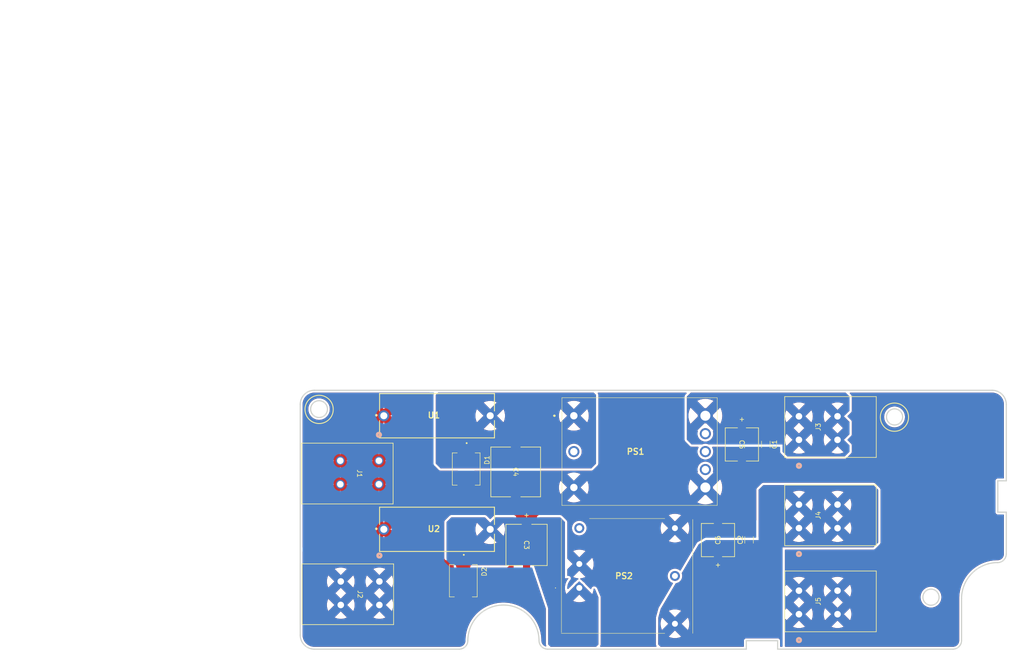
<source format=kicad_pcb>
(kicad_pcb (version 20221018) (generator pcbnew)
  (layers (0 "F.Cu" signal) (31 "B.Cu" signal) (34 "B.Paste" user) (35 "F.Paste" user) (36 "B.SilkS" user "B.Silkscreen") (37 "F.SilkS" user "F.Silkscreen") (38 "B.Mask" user) (39 "F.Mask" user) (44 "Edge.Cuts" user))
  (net 0 "")
  (net 7 "Net-(PS1-+VIN)")
  (net 8 "Net-(PS2-+VIN)")
  (net 9 "BATT+")
  (net 10 "Net-(PS1-+VOUT)")
  (net 11 "Net-(PS2-+VOUT)")
  (net 12 "GND")
  (footprint "UWZ1H100MCL1GB:PCAP_6.3x5.4-ELECT_NCA" (layer "F.Cu") (at 198.262 138.728 90)
    (fp_text reference "C6" (at 0 0 90 unlocked) (layer "F.SilkS"))
    (fp_text value "10uF : UWZ1H100MCL1GB")
    (fp_line (start -5.3213 -0.381) (end -5.3213 0.381) (stroke (width 0.1524)) (layer "F.SilkS"))
    (fp_line (start -4.9403 0) (end -5.7023 0) (stroke (width 0.1524)) (layer "F.SilkS"))
    (fp_line (start -3.5306 -3.5306) (end -3.5306 -0.92964) (stroke (width 0.1524)) (layer "F.SilkS"))
    (fp_line (start -3.5306 0.92964) (end -3.5306 3.5306) (stroke (width 0.1524)) (layer "F.SilkS"))
    (fp_line (start -3.5306 3.5306) (end 3.5306 3.5306) (stroke (width 0.1524)) (layer "F.SilkS"))
    (fp_line (start 3.5306 -3.5306) (end -3.5306 -3.5306) (stroke (width 0.1524)) (layer "F.SilkS"))
    (fp_line (start 3.5306 -0.92964) (end 3.5306 -3.5306) (stroke (width 0.1524)) (layer "F.SilkS"))
    (fp_line (start 3.5306 3.5306) (end 3.5306 0.92964) (stroke (width 0.1524)) (layer "F.SilkS"))
    (pad "1" smd rect (at -2.7051 0 90) (size 2.9972 1.1938) (layers "F.Cu" "F.Paste" "F.Mask") (net 11 "Net-(PS2-+VOUT)"))
    (pad "2" smd rect (at 2.7051 0 90) (size 2.9972 1.1938) (layers "F.Cu" "F.Paste" "F.Mask") (net 12 "GND"))
    (zone (net 0) (net_name "") (layer "F.Cu") (connect_pads (clearance 0)) (min_thickness 0.254)
      (keepout (tracks not_allowed) (vias not_allowed) (pads allowed) (copperpour not_allowed) (footprints allowed))
      (fill (thermal_gap 0.508) (thermal_bridge_width 0.508))
      (polygon (pts (xy 194.9092 142.0808) (xy 194.9092 135.3752) (xy 197.6143 135.3752) (xy 197.6143 142.0808)))
    )
    (zone (net 0) (net_name "") (layer "F.Cu") (connect_pads (clearance 0)) (min_thickness 0.254)
      (keepout (tracks not_allowed) (vias not_allowed) (pads allowed) (copperpour not_allowed) (footprints allowed))
      (fill (thermal_gap 0.508) (thermal_bridge_width 0.508))
      (polygon (pts (xy 197.6143 139.8837) (xy 197.6143 137.5723) (xy 198.9097 137.5723) (xy 198.9097 139.8837)))
    )
    (zone (net 0) (net_name "") (layer "F.Cu") (connect_pads (clearance 0)) (min_thickness 0.254)
      (keepout (tracks not_allowed) (vias not_allowed) (pads allowed) (copperpour not_allowed) (footprints allowed))
      (fill (thermal_gap 0.508) (thermal_bridge_width 0.508))
      (polygon (pts (xy 198.9097 142.0808) (xy 198.9097 135.3752) (xy 201.6148 135.3752) (xy 201.6148 142.0808)))
    )
  )
  (footprint "UEI15-033-Q12P-C:UEI15033Q12PC" (layer "F.Cu") (at 168.798 148.888 180)
    (fp_text reference "PS2" (at -9.505 2.54) (layer "F.SilkS") (effects (font (size 1.27 1.27) (thickness 0.254))))
    (fp_text value "UEI15-033-Q12P-C" hide)
    (fp_line (start -24.11 -9.66) (end -24.11 14.54) (stroke (width 0.1)) (layer "F.SilkS"))
    (fp_line (start -18.16 -9.66) (end 3.84 -9.66) (stroke (width 0.1)) (layer "F.SilkS"))
    (fp_line (start -18.16 14.74) (end -2.16 14.74) (stroke (width 0.1)) (layer "F.SilkS"))
    (fp_line (start 3.79 -9.46) (end 3.79 14.54) (stroke (width 0.1)) (layer "F.SilkS"))
    (fp_line (start 5 0) (end 5 0) (stroke (width 0.1)) (layer "F.SilkS"))
    (fp_line (start 5.1 0) (end 5.1 0) (stroke (width 0.1)) (layer "F.SilkS"))
    (fp_arc (start 5 0) (mid 5.05 -0.05) (end 5.1 0) (stroke (width 0.1)) (layer "F.SilkS"))
    (fp_arc (start 5.1 0) (mid 5.05 0.05) (end 5 0) (stroke (width 0.1)) (layer "F.SilkS"))
    (pad "1" thru_hole circle (at 0 0 180) (size 2.1 2.1) (drill 1.27) (layers "*.Cu" "*.Mask") (net 8 "Net-(PS2-+VIN)"))
    (pad "2" thru_hole circle (at 0 5.08 180) (size 2.1 2.1) (drill 1.27) (layers "*.Cu" "*.Mask") (net 12 "GND"))
    (pad "3" thru_hole circle (at -20.32 -7.62 180) (size 2.1 2.1) (drill 1.27) (layers "*.Cu" "*.Mask") (net 11 "Net-(PS2-+VOUT)"))
    (pad "4" thru_hole circle (at -20.32 2.54 180) (size 2.1 2.1) (drill 1.27) (layers "*.Cu" "*.Mask"))
    (pad "5" thru_hole circle (at -20.32 12.7 180) (size 2.1 2.1) (drill 1.27) (layers "*.Cu" "*.Mask") (net 12 "GND"))
    (pad "6" thru_hole circle (at 0 12.7 180) (size 2.1 2.1) (drill 1.27) (layers "*.Cu" "*.Mask"))
  )
  (footprint "2604-1102:2604-1102" (layer "F.Cu") (at 215.462001 154.476 90)
    (fp_text reference "J5" (at 2.725001 4.099999 90 unlocked) (layer "F.SilkS"))
    (fp_text value "GND")
    (fp_circle (center -5.504599 0) (end -5.123599 0) (stroke (width 0.508)) (fill none) (layer "B.SilkS"))
    (fp_line (start -3.726599 -3.027) (end -3.726599 16.4294) (stroke (width 0.1524)) (layer "F.SilkS"))
    (fp_line (start -3.726599 16.4294) (end 9.176601 16.4294) (stroke (width 0.1524)) (layer "F.SilkS"))
    (fp_line (start 9.176601 -3.027) (end -3.726599 -3.027) (stroke (width 0.1524)) (layer "F.SilkS"))
    (fp_line (start 9.176601 16.4294) (end 9.176601 -3.027) (stroke (width 0.1524)) (layer "F.SilkS"))
    (fp_circle (center -5.504599 0) (end -5.123599 0) (stroke (width 0.508)) (fill none) (layer "F.SilkS"))
    (pad "1_1" thru_hole circle (at 0 0 90) (size 1.905 1.905) (drill 1.397) (layers "*.Cu" "*.Mask") (net 12 "GND"))
    (pad "1_2" thru_hole circle (at 0 8.199999 90) (size 1.905 1.905) (drill 1.397) (layers "*.Cu" "*.Mask") (net 12 "GND"))
    (pad "2_1" thru_hole circle (at 5 0 90) (size 1.905 1.905) (drill 1.397) (layers "*.Cu" "*.Mask") (net 12 "GND"))
    (pad "2_2" thru_hole circle (at 5 8.199999 90) (size 1.905 1.905) (drill 1.397) (layers "*.Cu" "*.Mask") (net 12 "GND"))
  )
  (footprint "2604-1102:2604-1102" (layer "F.Cu") (at 215.462001 117.432 90)
    (fp_text reference "J3" (at 2.725001 4.099999 90 unlocked) (layer "F.SilkS"))
    (fp_text value "5V")
    (fp_circle (center -5.504599 0) (end -5.123599 0) (stroke (width 0.508)) (fill none) (layer "B.SilkS"))
    (fp_line (start -3.726599 -3.027) (end -3.726599 16.4294) (stroke (width 0.1524)) (layer "F.SilkS"))
    (fp_line (start -3.726599 16.4294) (end 9.176601 16.4294) (stroke (width 0.1524)) (layer "F.SilkS"))
    (fp_line (start 9.176601 -3.027) (end -3.726599 -3.027) (stroke (width 0.1524)) (layer "F.SilkS"))
    (fp_line (start 9.176601 16.4294) (end 9.176601 -3.027) (stroke (width 0.1524)) (layer "F.SilkS"))
    (fp_circle (center -5.504599 0) (end -5.123599 0) (stroke (width 0.508)) (fill none) (layer "F.SilkS"))
    (pad "1_1" thru_hole circle (at 0 0 90) (size 1.905 1.905) (drill 1.397) (layers "*.Cu" "*.Mask") (net 10 "Net-(PS1-+VOUT)"))
    (pad "1_2" thru_hole circle (at 0 8.199999 90) (size 1.905 1.905) (drill 1.397) (layers "*.Cu" "*.Mask") (net 10 "Net-(PS1-+VOUT)"))
    (pad "2_1" thru_hole circle (at 5 0 90) (size 1.905 1.905) (drill 1.397) (layers "*.Cu" "*.Mask") (net 10 "Net-(PS1-+VOUT)"))
    (pad "2_2" thru_hole circle (at 5 8.199999 90) (size 1.905 1.905) (drill 1.397) (layers "*.Cu" "*.Mask") (net 10 "Net-(PS1-+VOUT)"))
  )
  (footprint "UWT1H221MNL1GS:U2-R_NCH" (layer "F.Cu") (at 155.2852 124.25 -90)
    (fp_text reference "C4" (at 0 0 -90 unlocked) (layer "F.SilkS"))
    (fp_text value "220uF : UWT1H221MNL1GS")
    (fp_line (start -5.2832 -5.2832) (end -5.2832 -1.08204) (stroke (width 0.1524)) (layer "F.SilkS"))
    (fp_line (start -5.2832 1.08204) (end -5.2832 5.2832) (stroke (width 0.1524)) (layer "F.SilkS"))
    (fp_line (start -5.2832 5.2832) (end 5.2832 5.2832) (stroke (width 0.1524)) (layer "F.SilkS"))
    (fp_line (start 5.2832 -5.2832) (end -5.2832 -5.2832) (stroke (width 0.1524)) (layer "F.SilkS"))
    (fp_line (start 5.2832 -1.08204) (end 5.2832 -5.2832) (stroke (width 0.1524)) (layer "F.SilkS"))
    (fp_line (start 5.2832 5.2832) (end 5.2832 1.08204) (stroke (width 0.1524)) (layer "F.SilkS"))
    (pad "1" smd rect (at -4.0513 0 270) (size 3.6068 1.4986) (layers "F.Cu" "F.Paste" "F.Mask") (net 7 "Net-(PS1-+VIN)"))
    (pad "2" smd rect (at 4.0513 0 270) (size 3.6068 1.4986) (layers "F.Cu" "F.Paste" "F.Mask") (net 12 "GND"))
    (zone (net 0) (net_name "") (layer "F.Cu") (connect_pads (clearance 0)) (min_thickness 0.254)
      (keepout (tracks not_allowed) (vias not_allowed) (pads allowed) (copperpour not_allowed) (footprints allowed))
      (fill (thermal_gap 0.508) (thermal_bridge_width 0.508))
      (polygon (pts (xy 154.4851 119.1446) (xy 154.4851 129.3554) (xy 150.1798 129.3554) (xy 150.1798 119.1446)))
    )
    (zone (net 0) (net_name "") (layer "F.Cu") (connect_pads (clearance 0)) (min_thickness 0.254)
      (keepout (tracks not_allowed) (vias not_allowed) (pads allowed) (copperpour not_allowed) (footprints allowed))
      (fill (thermal_gap 0.508) (thermal_bridge_width 0.508))
      (polygon (pts (xy 156.0853 122.0529) (xy 156.0853 126.4471) (xy 154.4851 126.4471) (xy 154.4851 122.0529)))
    )
    (zone (net 0) (net_name "") (layer "F.Cu") (connect_pads (clearance 0)) (min_thickness 0.254)
      (keepout (tracks not_allowed) (vias not_allowed) (pads allowed) (copperpour not_allowed) (footprints allowed))
      (fill (thermal_gap 0.508) (thermal_bridge_width 0.508))
      (polygon (pts (xy 160.3906 119.1446) (xy 160.3906 129.3554) (xy 156.0853 129.3554) (xy 156.0853 119.1446)))
    )
  )
  (footprint "UWZ1H100MCL1GB:PCAP_6.3x5.4-ELECT_NCA" (layer "F.Cu") (at 203.342 118.408 -90)
    (fp_text reference "C5" (at 0 0 -90 unlocked) (layer "F.SilkS"))
    (fp_text value "10uF : UWZ1H100MCL1GB")
    (fp_line (start -5.3213 -0.381) (end -5.3213 0.381) (stroke (width 0.1524)) (layer "F.SilkS"))
    (fp_line (start -4.9403 0) (end -5.7023 0) (stroke (width 0.1524)) (layer "F.SilkS"))
    (fp_line (start -3.5306 -3.5306) (end -3.5306 -0.92964) (stroke (width 0.1524)) (layer "F.SilkS"))
    (fp_line (start -3.5306 0.92964) (end -3.5306 3.5306) (stroke (width 0.1524)) (layer "F.SilkS"))
    (fp_line (start -3.5306 3.5306) (end 3.5306 3.5306) (stroke (width 0.1524)) (layer "F.SilkS"))
    (fp_line (start 3.5306 -3.5306) (end -3.5306 -3.5306) (stroke (width 0.1524)) (layer "F.SilkS"))
    (fp_line (start 3.5306 -0.92964) (end 3.5306 -3.5306) (stroke (width 0.1524)) (layer "F.SilkS"))
    (fp_line (start 3.5306 3.5306) (end 3.5306 0.92964) (stroke (width 0.1524)) (layer "F.SilkS"))
    (pad "1" smd rect (at -2.7051 0 270) (size 2.9972 1.1938) (layers "F.Cu" "F.Paste" "F.Mask") (net 10 "Net-(PS1-+VOUT)"))
    (pad "2" smd rect (at 2.7051 0 270) (size 2.9972 1.1938) (layers "F.Cu" "F.Paste" "F.Mask") (net 12 "GND"))
    (zone (net 0) (net_name "") (layer "F.Cu") (connect_pads (clearance 0)) (min_thickness 0.254)
      (keepout (tracks not_allowed) (vias not_allowed) (pads allowed) (copperpour not_allowed) (footprints allowed))
      (fill (thermal_gap 0.508) (thermal_bridge_width 0.508))
      (polygon (pts (xy 202.6943 115.0552) (xy 202.6943 121.7608) (xy 199.9892 121.7608) (xy 199.9892 115.0552)))
    )
    (zone (net 0) (net_name "") (layer "F.Cu") (connect_pads (clearance 0)) (min_thickness 0.254)
      (keepout (tracks not_allowed) (vias not_allowed) (pads allowed) (copperpour not_allowed) (footprints allowed))
      (fill (thermal_gap 0.508) (thermal_bridge_width 0.508))
      (polygon (pts (xy 203.9897 117.2523) (xy 203.9897 119.5637) (xy 202.6943 119.5637) (xy 202.6943 117.2523)))
    )
    (zone (net 0) (net_name "") (layer "F.Cu") (connect_pads (clearance 0)) (min_thickness 0.254)
      (keepout (tracks not_allowed) (vias not_allowed) (pads allowed) (copperpour not_allowed) (footprints allowed))
      (fill (thermal_gap 0.508) (thermal_bridge_width 0.508))
      (polygon (pts (xy 206.6948 115.0552) (xy 206.6948 121.7608) (xy 203.9897 121.7608) (xy 203.9897 115.0552)))
    )
  )
  (footprint "Capacitor_SMD:C_1206_3216Metric_Pad1.33x1.80mm_HandSolder" (layer "F.Cu") (at 204.866 138.6895 90)
    (fp_text reference "C2" (at 0 -1.85 90) (layer "F.SilkS"))
    (fp_text value "1uF : CL31B105KCHNNNE")
    (fp_line (start -0.711252 -0.91) (end 0.711252 -0.91) (stroke (width 0.12)) (layer "F.SilkS"))
    (fp_line (start -0.711252 0.91) (end 0.711252 0.91) (stroke (width 0.12)) (layer "F.SilkS"))
    (pad "1" smd roundrect (at -1.5625 0 90) (size 1.325 1.8) (layers "F.Cu" "F.Paste" "F.Mask") (roundrect_rratio 0.188679) (net 11 "Net-(PS2-+VOUT)"))
    (pad "2" smd roundrect (at 1.5625 0 90) (size 1.325 1.8) (layers "F.Cu" "F.Paste" "F.Mask") (roundrect_rratio 0.188679) (net 12 "GND"))
  )
  (footprint "696108003002:WR-FSH_THT_2" (layer "F.Cu") (at 138.572 112.312)
    (fp_text reference "U1" (at -0.662 -0.1) (layer "F.SilkS") (effects (font (size 1.27 1.27) (thickness 0.254))))
    (fp_text value "696108003002" hide)
    (fp_line (start -12.2 -4.7) (end -12.2 -1.023) (stroke (width 0.2)) (layer "F.SilkS"))
    (fp_line (start -12.2 -4.7) (end 12.2 -4.7) (stroke (width 0.2)) (layer "F.SilkS"))
    (fp_line (start -12.2 4.7) (end -12.2 1.023) (stroke (width 0.2)) (layer "F.SilkS"))
    (fp_line (start 12.2 -4.7) (end 12.2 -1.023) (stroke (width 0.2)) (layer "F.SilkS"))
    (fp_line (start 12.2 4.7) (end -12.2 4.7) (stroke (width 0.2)) (layer "F.SilkS"))
    (fp_line (start 12.2 4.7) (end 12.2 1.023) (stroke (width 0.2)) (layer "F.SilkS"))
    (fp_circle (center -12.887 -0.113) (end -12.887 -0.04651) (stroke (width 0.2)) (fill none) (layer "F.SilkS"))
    (pad "1" thru_hole circle (at -11.3 0) (size 2.3 2.3) (drill 1.5) (layers "*.Cu" "*.Mask") (net 9 "BATT+"))
    (pad "2" thru_hole circle (at 11.3 0) (size 2.3 2.3) (drill 1.5) (layers "*.Cu" "*.Mask") (net 7 "Net-(PS1-+VIN)"))
  )
  (footprint "696108003002:WR-FSH_THT_2" (layer "F.Cu") (at 138.572 136.442)
    (fp_text reference "U2" (at -0.662 -0.1) (layer "F.SilkS") (effects (font (size 1.27 1.27) (thickness 0.254))))
    (fp_text value "696108003002" hide)
    (fp_line (start -12.2 -4.7) (end -12.2 -1.023) (stroke (width 0.2)) (layer "F.SilkS"))
    (fp_line (start -12.2 -4.7) (end 12.2 -4.7) (stroke (width 0.2)) (layer "F.SilkS"))
    (fp_line (start -12.2 4.7) (end -12.2 1.023) (stroke (width 0.2)) (layer "F.SilkS"))
    (fp_line (start 12.2 -4.7) (end 12.2 -1.023) (stroke (width 0.2)) (layer "F.SilkS"))
    (fp_line (start 12.2 4.7) (end -12.2 4.7) (stroke (width 0.2)) (layer "F.SilkS"))
    (fp_line (start 12.2 4.7) (end 12.2 1.023) (stroke (width 0.2)) (layer "F.SilkS"))
    (fp_circle (center -12.887 -0.113) (end -12.887 -0.04651) (stroke (width 0.2)) (fill none) (layer "F.SilkS"))
    (pad "1" thru_hole circle (at -11.3 0) (size 2.3 2.3) (drill 1.5) (layers "*.Cu" "*.Mask") (net 9 "BATT+"))
    (pad "2" thru_hole circle (at 11.3 0) (size 2.3 2.3) (drill 1.5) (layers "*.Cu" "*.Mask") (net 8 "Net-(PS2-+VIN)"))
  )
  (footprint "SMCJ40A:DIOM7959X262N" (layer "F.Cu") (at 144.7696 123.6311 -90)
    (fp_text reference "D1" (at -1.905 -4.445 90) (layer "F.SilkS"))
    (fp_text value "SMCJ40A")
    (fp_line (start -3.4275 -2.9525) (end 3.4275 -2.9525) (stroke (width 0.127)) (layer "F.SilkS"))
    (fp_line (start -3.4275 -1.9) (end -3.4275 -2.9525) (stroke (width 0.127)) (layer "F.SilkS"))
    (fp_line (start -3.4275 1.9) (end -3.4275 2.9525) (stroke (width 0.127)) (layer "F.SilkS"))
    (fp_line (start -3.4275 2.9525) (end 3.4275 2.9525) (stroke (width 0.127)) (layer "F.SilkS"))
    (fp_line (start 3.4275 -2.9525) (end 3.4275 -1.9) (stroke (width 0.127)) (layer "F.SilkS"))
    (fp_line (start 3.4275 2.9525) (end 3.4275 1.9) (stroke (width 0.127)) (layer "F.SilkS"))
    (fp_circle (center -5.5 -0.1) (end -5.4 -0.1) (stroke (width 0.2)) (fill none) (layer "F.SilkS"))
    (pad "A" smd roundrect (at 3.485 0 270) (size 2.18 3.12) (layers "F.Cu" "F.Paste" "F.Mask") (roundrect_rratio 0.39) (net 12 "GND"))
    (pad "C" smd roundrect (at -3.485 0 270) (size 2.18 3.12) (layers "F.Cu" "F.Paste" "F.Mask") (roundrect_rratio 0.39) (net 7 "Net-(PS1-+VIN)"))
  )
  (footprint "2604-1102:2604-1102" (layer "F.Cu") (at 215.462001 136.188 90)
    (fp_text reference "J4" (at 2.725001 4.099999 90 unlocked) (layer "F.SilkS"))
    (fp_text value "3.3V")
    (fp_circle (center -5.504599 0) (end -5.123599 0) (stroke (width 0.508)) (fill none) (layer "B.SilkS"))
    (fp_line (start -3.726599 -3.027) (end -3.726599 16.4294) (stroke (width 0.1524)) (layer "F.SilkS"))
    (fp_line (start -3.726599 16.4294) (end 9.176601 16.4294) (stroke (width 0.1524)) (layer "F.SilkS"))
    (fp_line (start 9.176601 -3.027) (end -3.726599 -3.027) (stroke (width 0.1524)) (layer "F.SilkS"))
    (fp_line (start 9.176601 16.4294) (end 9.176601 -3.027) (stroke (width 0.1524)) (layer "F.SilkS"))
    (fp_circle (center -5.504599 0) (end -5.123599 0) (stroke (width 0.508)) (fill none) (layer "F.SilkS"))
    (pad "1_1" thru_hole circle (at 0 0 90) (size 1.905 1.905) (drill 1.397) (layers "*.Cu" "*.Mask") (net 11 "Net-(PS2-+VOUT)"))
    (pad "1_2" thru_hole circle (at 0 8.199999 90) (size 1.905 1.905) (drill 1.397) (layers "*.Cu" "*.Mask") (net 11 "Net-(PS2-+VOUT)"))
    (pad "2_1" thru_hole circle (at 5 0 90) (size 1.905 1.905) (drill 1.397) (layers "*.Cu" "*.Mask") (net 11 "Net-(PS2-+VOUT)"))
    (pad "2_2" thru_hole circle (at 5 8.199999 90) (size 1.905 1.905) (drill 1.397) (layers "*.Cu" "*.Mask") (net 11 "Net-(PS2-+VOUT)"))
  )
  (footprint "UWS-510-Q12P-C:UWS-510-Q12P-C" (layer "F.Cu") (at 167.6414 112.312)
    (fp_text reference "PS1" (at 13.12 7.62) (layer "F.SilkS") (effects (font (size 1.27 1.27) (thickness 0.254))))
    (fp_text value "UWS-510-Q12P-C" hide)
    (fp_line (start -4.23 0) (end -4.23 0) (stroke (width 0.3)) (layer "F.SilkS"))
    (fp_line (start -4.03 0) (end -4.03 0) (stroke (width 0.3)) (layer "F.SilkS"))
    (fp_line (start -2.53 -3.83) (end 30.47 -3.83) (stroke (width 0.1)) (layer "F.SilkS"))
    (fp_line (start -2.53 19.05) (end -2.53 -3.83) (stroke (width 0.1)) (layer "F.SilkS"))
    (fp_line (start 30.47 -3.83) (end 30.47 19.05) (stroke (width 0.1)) (layer "F.SilkS"))
    (fp_line (start 30.47 19.05) (end -2.53 19.05) (stroke (width 0.1)) (layer "F.SilkS"))
    (fp_arc (start -4.23 0) (mid -4.13 -0.1) (end -4.03 0) (stroke (width 0.3)) (layer "F.SilkS"))
    (fp_arc (start -4.03 0) (mid -4.13 0.1) (end -4.23 0) (stroke (width 0.3)) (layer "F.SilkS"))
    (pad "1" thru_hole circle (at 0 0) (size 2.355 2.355) (drill 1.57) (layers "*.Cu" "*.Mask") (net 7 "Net-(PS1-+VIN)"))
    (pad "2" thru_hole circle (at 0 7.62) (size 2.355 2.355) (drill 1.57) (layers "*.Cu" "*.Mask"))
    (pad "3" thru_hole circle (at 0 15.24) (size 2.355 2.355) (drill 1.57) (layers "*.Cu" "*.Mask") (net 12 "GND"))
    (pad "4" thru_hole circle (at 27.94 15.24) (size 3.195 3.195) (drill 2.13) (layers "*.Cu" "*.Mask") (net 12 "GND"))
    (pad "5" thru_hole circle (at 27.94 11.43) (size 2.355 2.355) (drill 1.57) (layers "*.Cu" "*.Mask"))
    (pad "6" thru_hole circle (at 27.94 7.62) (size 2.355 2.355) (drill 1.57) (layers "*.Cu" "*.Mask"))
    (pad "7" thru_hole circle (at 27.94 3.81) (size 2.355 2.355) (drill 1.57) (layers "*.Cu" "*.Mask"))
    (pad "8" thru_hole circle (at 27.94 0) (size 3.195 3.195) (drill 2.13) (layers "*.Cu" "*.Mask") (net 10 "Net-(PS1-+VOUT)"))
  )
  (footprint "SMCJ40A:DIOM7959X262N" (layer "F.Cu") (at 144.16 147.364 -90)
    (fp_text reference "D2" (at -1.905 -4.445 90) (layer "F.SilkS"))
    (fp_text value "SMCJ40A")
    (fp_line (start -3.4275 -2.9525) (end 3.4275 -2.9525) (stroke (width 0.127)) (layer "F.SilkS"))
    (fp_line (start -3.4275 -1.9) (end -3.4275 -2.9525) (stroke (width 0.127)) (layer "F.SilkS"))
    (fp_line (start -3.4275 1.9) (end -3.4275 2.9525) (stroke (width 0.127)) (layer "F.SilkS"))
    (fp_line (start -3.4275 2.9525) (end 3.4275 2.9525) (stroke (width 0.127)) (layer "F.SilkS"))
    (fp_line (start 3.4275 -2.9525) (end 3.4275 -1.9) (stroke (width 0.127)) (layer "F.SilkS"))
    (fp_line (start 3.4275 2.9525) (end 3.4275 1.9) (stroke (width 0.127)) (layer "F.SilkS"))
    (fp_circle (center -5.5 -0.1) (end -5.4 -0.1) (stroke (width 0.2)) (fill none) (layer "F.SilkS"))
    (pad "A" smd roundrect (at 3.485 0 270) (size 2.18 3.12) (layers "F.Cu" "F.Paste" "F.Mask") (roundrect_rratio 0.39) (net 12 "GND"))
    (pad "C" smd roundrect (at -3.485 0 270) (size 2.18 3.12) (layers "F.Cu" "F.Paste" "F.Mask") (roundrect_rratio 0.39) (net 8 "Net-(PS2-+VIN)"))
  )
  (footprint "Capacitor_SMD:C_1206_3216Metric_Pad1.33x1.80mm_HandSolder" (layer "F.Cu") (at 208.422 118.408 -90)
    (fp_text reference "C1" (at 0 -1.85 90) (layer "F.SilkS"))
    (fp_text value "1uF : CL31B105KCHNNNE")
    (fp_line (start -0.711252 -0.91) (end 0.711252 -0.91) (stroke (width 0.12)) (layer "F.SilkS"))
    (fp_line (start -0.711252 0.91) (end 0.711252 0.91) (stroke (width 0.12)) (layer "F.SilkS"))
    (pad "1" smd roundrect (at -1.5625 0 270) (size 1.325 1.8) (layers "F.Cu" "F.Paste" "F.Mask") (roundrect_rratio 0.188679) (net 10 "Net-(PS1-+VOUT)"))
    (pad "2" smd roundrect (at 1.5625 0 270) (size 1.325 1.8) (layers "F.Cu" "F.Paste" "F.Mask") (roundrect_rratio 0.188679) (net 12 "GND"))
  )
  (footprint "2604-1102:2604-1102" (layer "F.Cu") (at 126.324999 147.5164 -90)
    (fp_text reference "J2" (at 2.725001 4.099999 -90 unlocked) (layer "F.SilkS"))
    (fp_text value "BATT-")
    (fp_circle (center -5.504599 0) (end -5.123599 0) (stroke (width 0.508)) (fill none) (layer "B.SilkS"))
    (fp_line (start -3.726599 -3.027) (end -3.726599 16.4294) (stroke (width 0.1524)) (layer "F.SilkS"))
    (fp_line (start -3.726599 16.4294) (end 9.176601 16.4294) (stroke (width 0.1524)) (layer "F.SilkS"))
    (fp_line (start 9.176601 -3.027) (end -3.726599 -3.027) (stroke (width 0.1524)) (layer "F.SilkS"))
    (fp_line (start 9.176601 16.4294) (end 9.176601 -3.027) (stroke (width 0.1524)) (layer "F.SilkS"))
    (fp_circle (center -5.504599 0) (end -5.123599 0) (stroke (width 0.508)) (fill none) (layer "F.SilkS"))
    (pad "1_1" thru_hole circle (at 0 0 270) (size 1.905 1.905) (drill 1.397) (layers "*.Cu" "*.Mask") (net 12 "GND"))
    (pad "1_2" thru_hole circle (at 0 8.199999 270) (size 1.905 1.905) (drill 1.397) (layers "*.Cu" "*.Mask") (net 12 "GND"))
    (pad "2_1" thru_hole circle (at 5 0 270) (size 1.905 1.905) (drill 1.397) (layers "*.Cu" "*.Mask") (net 12 "GND"))
    (pad "2_2" thru_hole circle (at 5 8.199999 270) (size 1.905 1.905) (drill 1.397) (layers "*.Cu" "*.Mask") (net 12 "GND"))
  )
  (footprint "UWT1H101MNL1GS:PCAP_8x10-ELECT_NCA" (layer "F.Cu") (at 157.5966 139.7567 -90)
    (fp_text reference "C3" (at 0 0 -90 unlocked) (layer "F.SilkS"))
    (fp_text value "100uF : UWT1H101MNL1GS")
    (fp_line (start -6.2738 -0.381) (end -6.2738 0.381) (stroke (width 0.1524)) (layer "F.SilkS"))
    (fp_line (start -5.8928 0) (end -6.6548 0) (stroke (width 0.1524)) (layer "F.SilkS"))
    (fp_line (start -4.3815 -4.3815) (end -4.3815 -1.08204) (stroke (width 0.1524)) (layer "F.SilkS"))
    (fp_line (start -4.3815 1.08204) (end -4.3815 4.3815) (stroke (width 0.1524)) (layer "F.SilkS"))
    (fp_line (start -4.3815 4.3815) (end 4.3815 4.3815) (stroke (width 0.1524)) (layer "F.SilkS"))
    (fp_line (start 4.3815 -4.3815) (end -4.3815 -4.3815) (stroke (width 0.1524)) (layer "F.SilkS"))
    (fp_line (start 4.3815 -1.08204) (end 4.3815 -4.3815) (stroke (width 0.1524)) (layer "F.SilkS"))
    (fp_line (start 4.3815 4.3815) (end 4.3815 1.08204) (stroke (width 0.1524)) (layer "F.SilkS"))
    (pad "1" smd rect (at -3.4036 0 270) (size 3.5052 1.4986) (layers "F.Cu" "F.Paste" "F.Mask") (net 8 "Net-(PS2-+VIN)"))
    (pad "2" smd rect (at 3.4036 0 270) (size 3.5052 1.4986) (layers "F.Cu" "F.Paste" "F.Mask") (net 12 "GND"))
    (zone (net 0) (net_name "") (layer "F.Cu") (connect_pads (clearance 0)) (min_thickness 0.254)
      (keepout (tracks not_allowed) (vias not_allowed) (pads allowed) (copperpour not_allowed) (footprints allowed))
      (fill (thermal_gap 0.508) (thermal_bridge_width 0.508))
      (polygon (pts (xy 156.7965 137.2294) (xy 156.7965 143.9604) (xy 153.3929 143.9604) (xy 153.3929 137.2294)))
    )
    (zone (net 0) (net_name "") (layer "F.Cu") (connect_pads (clearance 0)) (min_thickness 0.254)
      (keepout (tracks not_allowed) (vias not_allowed) (pads allowed) (copperpour not_allowed) (footprints allowed))
      (fill (thermal_gap 0.508) (thermal_bridge_width 0.508))
      (polygon (pts (xy 158.3967 138.1565) (xy 158.3967 141.3569) (xy 156.7965 141.3569) (xy 156.7965 138.1565)))
    )
    (zone (net 0) (net_name "") (layer "F.Cu") (connect_pads (clearance 0)) (min_thickness 0.254)
      (keepout (tracks not_allowed) (vias not_allowed) (pads allowed) (copperpour not_allowed) (footprints allowed))
      (fill (thermal_gap 0.508) (thermal_bridge_width 0.508))
      (polygon (pts (xy 161.8003 137.2294) (xy 161.8003 143.9604) (xy 158.3967 143.9604) (xy 158.3967 137.2294)))
    )
  )
  (footprint "2604-1102:2604-1102" (layer "F.Cu") (at 126.2232 121.867899 -90)
    (fp_text reference "J1" (at 2.725001 4.099999 -90 unlocked) (layer "F.SilkS"))
    (fp_text value "BATT+")
    (fp_circle (center -5.504599 0) (end -5.123599 0) (stroke (width 0.508)) (fill none) (layer "B.SilkS"))
    (fp_line (start -3.726599 -3.027) (end -3.726599 16.4294) (stroke (width 0.1524)) (layer "F.SilkS"))
    (fp_line (start -3.726599 16.4294) (end 9.176601 16.4294) (stroke (width 0.1524)) (layer "F.SilkS"))
    (fp_line (start 9.176601 -3.027) (end -3.726599 -3.027) (stroke (width 0.1524)) (layer "F.SilkS"))
    (fp_line (start 9.176601 16.4294) (end 9.176601 -3.027) (stroke (width 0.1524)) (layer "F.SilkS"))
    (fp_circle (center -5.504599 0) (end -5.123599 0) (stroke (width 0.508)) (fill none) (layer "F.SilkS"))
    (pad "1_1" thru_hole circle (at 0 0 270) (size 1.905 1.905) (drill 1.397) (layers "*.Cu" "*.Mask") (net 9 "BATT+"))
    (pad "1_2" thru_hole circle (at 0 8.199999 270) (size 1.905 1.905) (drill 1.397) (layers "*.Cu" "*.Mask") (net 9 "BATT+"))
    (pad "2_1" thru_hole circle (at 5 0 270) (size 1.905 1.905) (drill 1.397) (layers "*.Cu" "*.Mask") (net 9 "BATT+"))
    (pad "2_2" thru_hole circle (at 5 8.199999 270) (size 1.905 1.905) (drill 1.397) (layers "*.Cu" "*.Mask") (net 9 "BATT+"))
  )
  (gr_circle (center 235.7524 112.6168) (end 238.7524 112.6168) (stroke (width 0.2)) (fill none) (layer "F.SilkS"))
  (gr_circle (center 113.5276 110.9658) (end 116.5276 110.9658) (stroke (width 0.2)) (fill none) (layer "F.SilkS"))
  (gr_line (start 257.716823 132.797421) (end 257.716823 126.139285) (stroke (width 0.25)) (layer "Edge.Cuts"))
  (gr_line (start 204.279985 161.9018) (end 204.279985 160.107023) (stroke (width 0.25)) (layer "Edge.Cuts"))
  (gr_arc (start 145.1227 160.062653) (mid 144.584071 161.363171) (end 143.283553 161.9018) (stroke (width 0.25)) (layer "Edge.Cuts"))
  (gr_line (start 210.938121 160.107023) (end 210.938121 161.9018) (stroke (width 0.25)) (layer "Edge.Cuts"))
  (gr_arc (start 145.1227 160.062653) (mid 152.681553 152.5038) (end 160.240406 160.062653) (stroke (width 0.25)) (layer "Edge.Cuts"))
  (gr_circle (center 243.518303 150.855153) (end 245.232803 150.855153) (stroke (width 0.25)) (fill none) (layer "Edge.Cuts"))
  (gr_arc (start 250.012 151.172653) (mid 252.25574 145.75594) (end 257.672453 143.5122) (stroke (width 0.25)) (layer "Edge.Cuts"))
  (gr_line (start 112.5116 106.9018) (end 256.5116 106.9018) (stroke (width 0.25)) (layer "Edge.Cuts"))
  (gr_line (start 257.716823 126.139285) (end 259.5116 126.139285) (stroke (width 0.25)) (layer "Edge.Cuts"))
  (gr_arc (start 162.079553 161.9018) (mid 160.779064 161.363142) (end 160.240406 160.062653) (stroke (width 0.25)) (layer "Edge.Cuts"))
  (gr_line (start 259.5116 126.139285) (end 259.5116 109.9018) (stroke (width 0.25)) (layer "Edge.Cuts"))
  (gr_arc (start 109.5116 109.9018) (mid 110.390282 107.780482) (end 112.5116 106.9018) (stroke (width 0.25)) (layer "Edge.Cuts"))
  (gr_circle (center 235.777653 112.564653) (end 237.492153 112.564653) (stroke (width 0.25)) (fill none) (layer "Edge.Cuts"))
  (gr_line (start 204.279985 160.107023) (end 210.938121 160.107023) (stroke (width 0.25)) (layer "Edge.Cuts"))
  (gr_line (start 112.5116 161.9018) (end 143.283553 161.9018) (stroke (width 0.25)) (layer "Edge.Cuts"))
  (gr_arc (start 259.5116 141.673053) (mid 258.972971 142.973571) (end 257.672453 143.5122) (stroke (width 0.25)) (layer "Edge.Cuts"))
  (gr_arc (start 250.012 160.062653) (mid 249.473371 161.363171) (end 248.172853 161.9018) (stroke (width 0.25)) (layer "Edge.Cuts"))
  (gr_line (start 162.079553 161.9018) (end 204.279985 161.9018) (stroke (width 0.25)) (layer "Edge.Cuts"))
  (gr_arc (start 112.5116 161.9018) (mid 110.390281 161.023119) (end 109.5116 158.9018) (stroke (width 0.25)) (layer "Edge.Cuts"))
  (gr_line (start 259.5116 132.797421) (end 257.716823 132.797421) (stroke (width 0.25)) (layer "Edge.Cuts"))
  (gr_arc (start 256.5116 106.9018) (mid 258.632922 107.780478) (end 259.5116 109.9018) (stroke (width 0.25)) (layer "Edge.Cuts"))
  (gr_line (start 109.5116 109.9018) (end 109.5116 158.9018) (stroke (width 0.25)) (layer "Edge.Cuts"))
  (gr_line (start 250.012 160.062653) (end 250.012 151.172653) (stroke (width 0.25)) (layer "Edge.Cuts"))
  (gr_line (start 210.938121 161.9018) (end 248.172853 161.9018) (stroke (width 0.25)) (layer "Edge.Cuts"))
  (gr_circle (center 113.5116 110.9018) (end 115.29561 110.9018) (stroke (width 0.25)) (fill none) (layer "Edge.Cuts"))
  (gr_line (start 259.5116 141.673053) (end 259.5116 132.797421) (stroke (width 0.25)) (layer "Edge.Cuts"))
  (zone (net 9) (net_name "BATT+") (layer "F.Cu") (priority 1) (connect_pads (clearance 0.5)) (min_thickness 0.25) (fill yes (thermal_gap 2) (thermal_bridge_width 2) (smoothing chamfer) (radius 1))
    (polygon (pts (xy 137.4798 140.76) (xy 137.4798 106.1144) (xy 107.0506 106.1144) (xy 106.822 140.76)))
  )
  (zone (net 12) (net_name "GND") (layers "F&B.Cu") (connect_pads (clearance 0.5)) (min_thickness 0.25) (fill yes (thermal_gap 2) (thermal_bridge_width 2) (smoothing chamfer) (radius 1))
    (polygon (pts (xy 104.282 103.676) (xy 262.27 104.692) (xy 263.286 164.128) (xy 103.774 164.636)))
  )
  (zone (net 7) (net_name "Net-(PS1-+VIN)") (layers "F&B.Cu") (priority 2) (connect_pads (clearance 0.5)) (min_thickness 0.25) (fill yes (thermal_gap 2) (thermal_bridge_width 2) (smoothing chamfer) (radius 1))
    (polygon (pts (xy 138.318 106.216) (xy 138.318 123.488) (xy 172.354 123.488) (xy 172.354 106.216)))
  )
  (zone (net 10) (net_name "Net-(PS1-+VOUT)") (layers "F&B.Cu") (priority 4) (connect_pads (clearance 0.5)) (min_thickness 0.25) (fill yes (thermal_gap 2) (thermal_bridge_width 2) (smoothing chamfer) (radius 1))
    (polygon (pts (xy 200.294 118.408) (xy 200.294 118.408) (xy 191.658 118.408) (xy 191.658 107.232) (xy 226.202 107.232) (xy 226.202 120.948) (xy 211.978 120.948) (xy 211.978 118.408)))
  )
  (zone (net 8) (net_name "Net-(PS2-+VIN)") (layers "F&B.Cu") (priority 1) (connect_pads (clearance 0.5)) (min_thickness 0.25) (fill yes (thermal_gap 2) (thermal_bridge_width 2) (smoothing chamfer) (radius 1))
    (polygon (pts (xy 140.604 144.062) (xy 159.146 144.062) (xy 162.194 153.206) (xy 162.194 163.0612) (xy 172.862 163.112) (xy 172.862 149.904) (xy 169.814 146.856) (xy 165.75 146.856) (xy 165.75 133.902) (xy 155.59 133.902) (xy 140.604 133.902)))
  )
  (zone (net 11) (net_name "Net-(PS2-+VOUT)") (layers "F&B.Cu") (priority 3) (connect_pads (clearance 0.5)) (min_thickness 0.25) (fill yes (thermal_gap 2) (thermal_bridge_width 2) (smoothing chamfer) (radius 1))
    (polygon (pts (xy 185.586984 154.20118) (xy 194.706 138.728) (xy 206.898 138.728) (xy 206.898 127.044) (xy 232.298 127.044) (xy 232.298 140.252) (xy 211.978 140.252) (xy 211.978 162.096) (xy 185.562 162.096)))
  )
)
</source>
